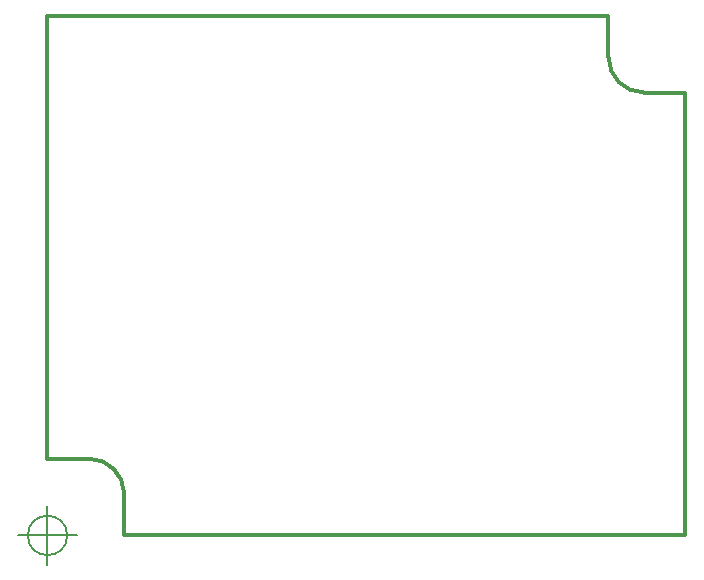
<source format=gbr>
%TF.GenerationSoftware,KiCad,Pcbnew,5.1.12-1.fc35*%
%TF.CreationDate,2021-12-21T00:05:04+01:00*%
%TF.ProjectId,smartmeterreader,736d6172-746d-4657-9465-727265616465,rev?*%
%TF.SameCoordinates,Original*%
%TF.FileFunction,Profile,NP*%
%FSLAX46Y46*%
G04 Gerber Fmt 4.6, Leading zero omitted, Abs format (unit mm)*
G04 Created by KiCad (PCBNEW 5.1.12-1.fc35) date 2021-12-21 00:05:04*
%MOMM*%
%LPD*%
G01*
G04 APERTURE LIST*
%TA.AperFunction,Profile*%
%ADD10C,0.200000*%
%TD*%
%TA.AperFunction,Profile*%
%ADD11C,0.300000*%
%TD*%
G04 APERTURE END LIST*
D10*
X123166666Y-118500000D02*
G75*
G03*
X123166666Y-118500000I-1666666J0D01*
G01*
X119000000Y-118500000D02*
X124000000Y-118500000D01*
X121500000Y-116000000D02*
X121500000Y-121000000D01*
D11*
X128000000Y-118500000D02*
X128000000Y-115000000D01*
X125000000Y-112000000D02*
X121500000Y-112000000D01*
X125000000Y-112000000D02*
G75*
G02*
X128000000Y-115000000I0J-3000000D01*
G01*
X172000000Y-81000000D02*
G75*
G02*
X169000000Y-78000000I0J3000000D01*
G01*
X172000000Y-81000000D02*
X175500000Y-81000000D01*
X169000000Y-74500000D02*
X169000000Y-78000000D01*
X175500000Y-118500000D02*
X175500000Y-81000000D01*
X128000000Y-118500000D02*
X175500000Y-118500000D01*
X121500000Y-74500000D02*
X121500000Y-112000000D01*
X169000000Y-74500000D02*
X121500000Y-74500000D01*
M02*

</source>
